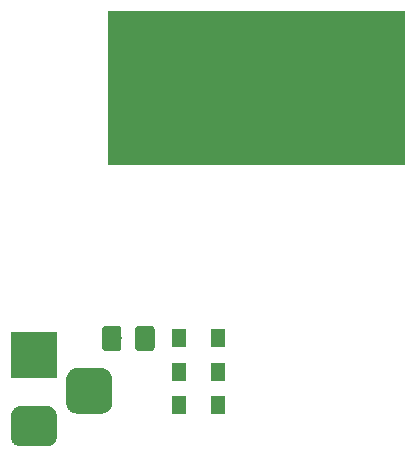
<source format=gbr>
G04 #@! TF.GenerationSoftware,KiCad,Pcbnew,5.0.0-fee4fd1~66~ubuntu16.04.1*
G04 #@! TF.CreationDate,2018-10-06T10:53:01+08:00*
G04 #@! TF.ProjectId,base-board,626173652D626F6172642E6B69636164,rev?*
G04 #@! TF.SameCoordinates,Original*
G04 #@! TF.FileFunction,Soldermask,Top*
G04 #@! TF.FilePolarity,Negative*
%FSLAX46Y46*%
G04 Gerber Fmt 4.6, Leading zero omitted, Abs format (unit mm)*
G04 Created by KiCad (PCBNEW 5.0.0-fee4fd1~66~ubuntu16.04.1) date Sat Oct  6 10:53:01 2018*
%MOMM*%
%LPD*%
G01*
G04 APERTURE LIST*
%ADD10C,0.010000*%
%ADD11C,0.150000*%
%ADD12C,3.900000*%
%ADD13C,3.400000*%
%ADD14R,3.900000X3.900000*%
%ADD15C,1.650000*%
%ADD16R,1.300000X1.600000*%
G04 APERTURE END LIST*
D10*
G04 #@! TO.C,J2*
G36*
X176524000Y-97787000D02*
X151420333Y-97787000D01*
X151420333Y-84790666D01*
X176524000Y-84790666D01*
X176524000Y-97787000D01*
X176524000Y-97787000D01*
G37*
X176524000Y-97787000D02*
X151420333Y-97787000D01*
X151420333Y-84790666D01*
X176524000Y-84790666D01*
X176524000Y-97787000D01*
G04 #@! TD*
D11*
G04 #@! TO.C,J1*
G36*
X150922567Y-115005695D02*
X151017213Y-115019734D01*
X151110028Y-115042983D01*
X151200116Y-115075217D01*
X151286612Y-115116127D01*
X151368681Y-115165317D01*
X151445533Y-115222315D01*
X151516429Y-115286571D01*
X151580685Y-115357467D01*
X151637683Y-115434319D01*
X151686873Y-115516388D01*
X151727783Y-115602884D01*
X151760017Y-115692972D01*
X151783266Y-115785787D01*
X151797305Y-115880433D01*
X151802000Y-115976000D01*
X151802000Y-117926000D01*
X151797305Y-118021567D01*
X151783266Y-118116213D01*
X151760017Y-118209028D01*
X151727783Y-118299116D01*
X151686873Y-118385612D01*
X151637683Y-118467681D01*
X151580685Y-118544533D01*
X151516429Y-118615429D01*
X151445533Y-118679685D01*
X151368681Y-118736683D01*
X151286612Y-118785873D01*
X151200116Y-118826783D01*
X151110028Y-118859017D01*
X151017213Y-118882266D01*
X150922567Y-118896305D01*
X150827000Y-118901000D01*
X148877000Y-118901000D01*
X148781433Y-118896305D01*
X148686787Y-118882266D01*
X148593972Y-118859017D01*
X148503884Y-118826783D01*
X148417388Y-118785873D01*
X148335319Y-118736683D01*
X148258467Y-118679685D01*
X148187571Y-118615429D01*
X148123315Y-118544533D01*
X148066317Y-118467681D01*
X148017127Y-118385612D01*
X147976217Y-118299116D01*
X147943983Y-118209028D01*
X147920734Y-118116213D01*
X147906695Y-118021567D01*
X147902000Y-117926000D01*
X147902000Y-115976000D01*
X147906695Y-115880433D01*
X147920734Y-115785787D01*
X147943983Y-115692972D01*
X147976217Y-115602884D01*
X148017127Y-115516388D01*
X148066317Y-115434319D01*
X148123315Y-115357467D01*
X148187571Y-115286571D01*
X148258467Y-115222315D01*
X148335319Y-115165317D01*
X148417388Y-115116127D01*
X148503884Y-115075217D01*
X148593972Y-115042983D01*
X148686787Y-115019734D01*
X148781433Y-115005695D01*
X148877000Y-115001000D01*
X150827000Y-115001000D01*
X150922567Y-115005695D01*
X150922567Y-115005695D01*
G37*
D12*
X149852000Y-116951000D03*
D11*
G36*
X146335315Y-118255093D02*
X146417827Y-118267333D01*
X146498742Y-118287601D01*
X146577281Y-118315702D01*
X146652687Y-118351367D01*
X146724235Y-118394251D01*
X146791234Y-118443941D01*
X146853041Y-118499959D01*
X146909059Y-118561766D01*
X146958749Y-118628765D01*
X147001633Y-118700313D01*
X147037298Y-118775719D01*
X147065399Y-118854258D01*
X147085667Y-118935173D01*
X147097907Y-119017685D01*
X147102000Y-119101000D01*
X147102000Y-120801000D01*
X147097907Y-120884315D01*
X147085667Y-120966827D01*
X147065399Y-121047742D01*
X147037298Y-121126281D01*
X147001633Y-121201687D01*
X146958749Y-121273235D01*
X146909059Y-121340234D01*
X146853041Y-121402041D01*
X146791234Y-121458059D01*
X146724235Y-121507749D01*
X146652687Y-121550633D01*
X146577281Y-121586298D01*
X146498742Y-121614399D01*
X146417827Y-121634667D01*
X146335315Y-121646907D01*
X146252000Y-121651000D01*
X144052000Y-121651000D01*
X143968685Y-121646907D01*
X143886173Y-121634667D01*
X143805258Y-121614399D01*
X143726719Y-121586298D01*
X143651313Y-121550633D01*
X143579765Y-121507749D01*
X143512766Y-121458059D01*
X143450959Y-121402041D01*
X143394941Y-121340234D01*
X143345251Y-121273235D01*
X143302367Y-121201687D01*
X143266702Y-121126281D01*
X143238601Y-121047742D01*
X143218333Y-120966827D01*
X143206093Y-120884315D01*
X143202000Y-120801000D01*
X143202000Y-119101000D01*
X143206093Y-119017685D01*
X143218333Y-118935173D01*
X143238601Y-118854258D01*
X143266702Y-118775719D01*
X143302367Y-118700313D01*
X143345251Y-118628765D01*
X143394941Y-118561766D01*
X143450959Y-118499959D01*
X143512766Y-118443941D01*
X143579765Y-118394251D01*
X143651313Y-118351367D01*
X143726719Y-118315702D01*
X143805258Y-118287601D01*
X143886173Y-118267333D01*
X143968685Y-118255093D01*
X144052000Y-118251000D01*
X146252000Y-118251000D01*
X146335315Y-118255093D01*
X146335315Y-118255093D01*
G37*
D13*
X145152000Y-119951000D03*
D14*
X145152000Y-113951000D03*
G04 #@! TD*
D11*
G04 #@! TO.C,F1*
G36*
X155077346Y-111448589D02*
X155109380Y-111453341D01*
X155140794Y-111461210D01*
X155171286Y-111472120D01*
X155200561Y-111485966D01*
X155228338Y-111502615D01*
X155254350Y-111521907D01*
X155278345Y-111543655D01*
X155300093Y-111567650D01*
X155319385Y-111593662D01*
X155336034Y-111621439D01*
X155349880Y-111650714D01*
X155360790Y-111681206D01*
X155368659Y-111712620D01*
X155373411Y-111744654D01*
X155375000Y-111777000D01*
X155375000Y-113267000D01*
X155373411Y-113299346D01*
X155368659Y-113331380D01*
X155360790Y-113362794D01*
X155349880Y-113393286D01*
X155336034Y-113422561D01*
X155319385Y-113450338D01*
X155300093Y-113476350D01*
X155278345Y-113500345D01*
X155254350Y-113522093D01*
X155228338Y-113541385D01*
X155200561Y-113558034D01*
X155171286Y-113571880D01*
X155140794Y-113582790D01*
X155109380Y-113590659D01*
X155077346Y-113595411D01*
X155045000Y-113597000D01*
X154055000Y-113597000D01*
X154022654Y-113595411D01*
X153990620Y-113590659D01*
X153959206Y-113582790D01*
X153928714Y-113571880D01*
X153899439Y-113558034D01*
X153871662Y-113541385D01*
X153845650Y-113522093D01*
X153821655Y-113500345D01*
X153799907Y-113476350D01*
X153780615Y-113450338D01*
X153763966Y-113422561D01*
X153750120Y-113393286D01*
X153739210Y-113362794D01*
X153731341Y-113331380D01*
X153726589Y-113299346D01*
X153725000Y-113267000D01*
X153725000Y-111777000D01*
X153726589Y-111744654D01*
X153731341Y-111712620D01*
X153739210Y-111681206D01*
X153750120Y-111650714D01*
X153763966Y-111621439D01*
X153780615Y-111593662D01*
X153799907Y-111567650D01*
X153821655Y-111543655D01*
X153845650Y-111521907D01*
X153871662Y-111502615D01*
X153899439Y-111485966D01*
X153928714Y-111472120D01*
X153959206Y-111461210D01*
X153990620Y-111453341D01*
X154022654Y-111448589D01*
X154055000Y-111447000D01*
X155045000Y-111447000D01*
X155077346Y-111448589D01*
X155077346Y-111448589D01*
G37*
D15*
X154550000Y-112522000D03*
D11*
G36*
X152277346Y-111448589D02*
X152309380Y-111453341D01*
X152340794Y-111461210D01*
X152371286Y-111472120D01*
X152400561Y-111485966D01*
X152428338Y-111502615D01*
X152454350Y-111521907D01*
X152478345Y-111543655D01*
X152500093Y-111567650D01*
X152519385Y-111593662D01*
X152536034Y-111621439D01*
X152549880Y-111650714D01*
X152560790Y-111681206D01*
X152568659Y-111712620D01*
X152573411Y-111744654D01*
X152575000Y-111777000D01*
X152575000Y-113267000D01*
X152573411Y-113299346D01*
X152568659Y-113331380D01*
X152560790Y-113362794D01*
X152549880Y-113393286D01*
X152536034Y-113422561D01*
X152519385Y-113450338D01*
X152500093Y-113476350D01*
X152478345Y-113500345D01*
X152454350Y-113522093D01*
X152428338Y-113541385D01*
X152400561Y-113558034D01*
X152371286Y-113571880D01*
X152340794Y-113582790D01*
X152309380Y-113590659D01*
X152277346Y-113595411D01*
X152245000Y-113597000D01*
X151255000Y-113597000D01*
X151222654Y-113595411D01*
X151190620Y-113590659D01*
X151159206Y-113582790D01*
X151128714Y-113571880D01*
X151099439Y-113558034D01*
X151071662Y-113541385D01*
X151045650Y-113522093D01*
X151021655Y-113500345D01*
X150999907Y-113476350D01*
X150980615Y-113450338D01*
X150963966Y-113422561D01*
X150950120Y-113393286D01*
X150939210Y-113362794D01*
X150931341Y-113331380D01*
X150926589Y-113299346D01*
X150925000Y-113267000D01*
X150925000Y-111777000D01*
X150926589Y-111744654D01*
X150931341Y-111712620D01*
X150939210Y-111681206D01*
X150950120Y-111650714D01*
X150963966Y-111621439D01*
X150980615Y-111593662D01*
X150999907Y-111567650D01*
X151021655Y-111543655D01*
X151045650Y-111521907D01*
X151071662Y-111502615D01*
X151099439Y-111485966D01*
X151128714Y-111472120D01*
X151159206Y-111461210D01*
X151190620Y-111453341D01*
X151222654Y-111448589D01*
X151255000Y-111447000D01*
X152245000Y-111447000D01*
X152277346Y-111448589D01*
X152277346Y-111448589D01*
G37*
D15*
X151750000Y-112522000D03*
G04 #@! TD*
D16*
G04 #@! TO.C,D3*
X157468000Y-115353000D03*
X160768000Y-115353000D03*
G04 #@! TD*
G04 #@! TO.C,D2*
X157468000Y-118184000D03*
X160768000Y-118184000D03*
G04 #@! TD*
G04 #@! TO.C,D1*
X157468000Y-112522000D03*
X160768000Y-112522000D03*
G04 #@! TD*
M02*

</source>
